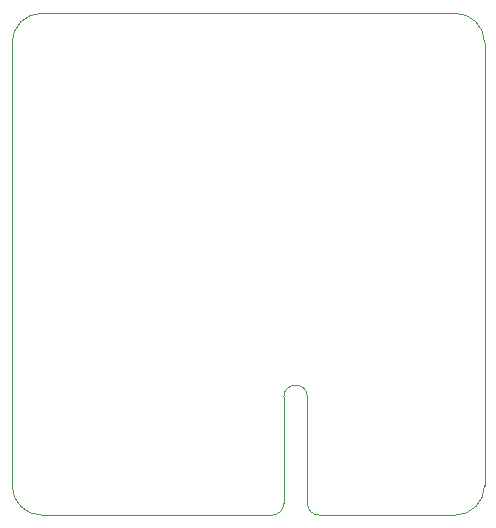
<source format=gbr>
G04 #@! TF.GenerationSoftware,KiCad,Pcbnew,7.0.3*
G04 #@! TF.CreationDate,2023-05-21T14:10:43+02:00*
G04 #@! TF.ProjectId,ultramote,756c7472-616d-46f7-9465-2e6b69636164,0.2a*
G04 #@! TF.SameCoordinates,Original*
G04 #@! TF.FileFunction,Profile,NP*
%FSLAX46Y46*%
G04 Gerber Fmt 4.6, Leading zero omitted, Abs format (unit mm)*
G04 Created by KiCad (PCBNEW 7.0.3) date 2023-05-21 14:10:43*
%MOMM*%
%LPD*%
G01*
G04 APERTURE LIST*
G04 #@! TA.AperFunction,Profile*
%ADD10C,0.050000*%
G04 #@! TD*
G04 APERTURE END LIST*
D10*
X87500000Y-97000000D02*
G75*
G03*
X90000000Y-99500000I2500000J0D01*
G01*
X127500000Y-59500000D02*
G75*
G03*
X125000000Y-57000000I-2500000J0D01*
G01*
X110500000Y-89500000D02*
X110500000Y-98500000D01*
X87500000Y-97000000D02*
X87500000Y-59500000D01*
X112500000Y-89500000D02*
X112500000Y-98500000D01*
X90000000Y-57000000D02*
X125000000Y-57000000D01*
X109500000Y-99500000D02*
G75*
G03*
X110500000Y-98500000I0J1000000D01*
G01*
X113500000Y-99500000D02*
X125000000Y-99500000D01*
X125000000Y-99500000D02*
G75*
G03*
X127500000Y-97000000I0J2500000D01*
G01*
X127500000Y-97000000D02*
X127500000Y-59500000D01*
X112500000Y-89500000D02*
G75*
G03*
X110500000Y-89500000I-1000000J0D01*
G01*
X112500000Y-98500000D02*
G75*
G03*
X113500000Y-99500000I1000000J0D01*
G01*
X109500000Y-99500000D02*
X90000000Y-99500000D01*
X90000000Y-57000000D02*
G75*
G03*
X87500000Y-59500000I0J-2500000D01*
G01*
M02*

</source>
